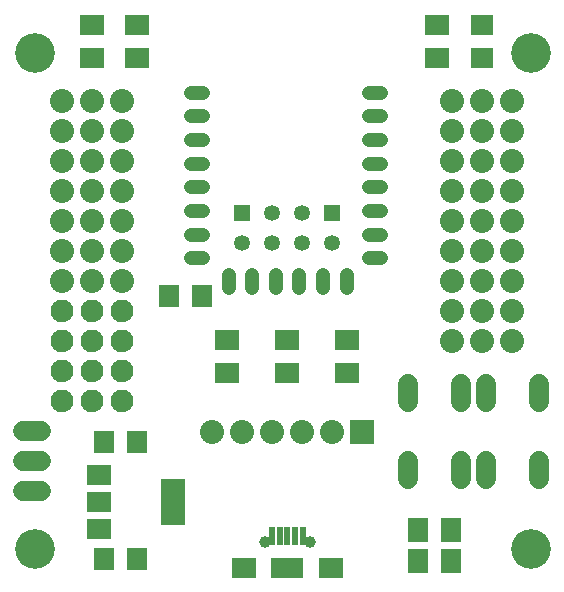
<source format=gts>
G75*
%MOIN*%
%OFA0B0*%
%FSLAX24Y24*%
%IPPOS*%
%LPD*%
%AMOC8*
5,1,8,0,0,1.08239X$1,22.5*
%
%ADD10R,0.0847X0.0651*%
%ADD11R,0.0847X0.1556*%
%ADD12R,0.0690X0.0769*%
%ADD13R,0.0800X0.0800*%
%ADD14C,0.0800*%
%ADD15C,0.0660*%
%ADD16R,0.0690X0.0847*%
%ADD17R,0.0532X0.0532*%
%ADD18C,0.0532*%
%ADD19R,0.0847X0.0690*%
%ADD20R,0.0770X0.0690*%
%ADD21C,0.0476*%
%ADD22C,0.1320*%
%ADD23C,0.0760*%
%ADD24R,0.0217X0.0611*%
%ADD25C,0.0395*%
%ADD26R,0.0787X0.0669*%
%ADD27R,0.1063X0.0669*%
D10*
X009322Y005660D03*
X009322Y006566D03*
X009322Y007471D03*
D11*
X011802Y006566D03*
D12*
X010613Y004666D03*
X009511Y004666D03*
X009511Y008566D03*
X010613Y008566D03*
X011661Y013416D03*
X012763Y013416D03*
D13*
X018112Y008886D03*
D14*
X017112Y008886D03*
X016112Y008886D03*
X015112Y008886D03*
X014112Y008886D03*
X013112Y008886D03*
X010112Y013916D03*
X010112Y014916D03*
X009112Y014916D03*
X008112Y014916D03*
X008112Y013916D03*
X009112Y013916D03*
X009112Y015916D03*
X010112Y015916D03*
X010112Y016916D03*
X010112Y017916D03*
X009112Y017916D03*
X008112Y017916D03*
X008112Y016916D03*
X009112Y016916D03*
X008112Y015916D03*
X008112Y018916D03*
X008112Y019916D03*
X009112Y019916D03*
X010112Y019916D03*
X010112Y018916D03*
X009112Y018916D03*
X021112Y018916D03*
X021112Y019916D03*
X022112Y019916D03*
X023112Y019916D03*
X023112Y018916D03*
X022112Y018916D03*
X022112Y017916D03*
X023112Y017916D03*
X023112Y016916D03*
X022112Y016916D03*
X021112Y016916D03*
X021112Y017916D03*
X021112Y015916D03*
X022112Y015916D03*
X023112Y015916D03*
X023112Y014916D03*
X022112Y014916D03*
X022112Y013916D03*
X023112Y013916D03*
X023112Y012916D03*
X022112Y012916D03*
X022112Y011916D03*
X023112Y011916D03*
X021112Y011916D03*
X021112Y012916D03*
X021112Y013916D03*
X021112Y014916D03*
D15*
X021402Y010496D02*
X021402Y009896D01*
X022222Y009896D02*
X022222Y010496D01*
X024002Y010496D02*
X024002Y009896D01*
X024002Y007936D02*
X024002Y007336D01*
X022222Y007336D02*
X022222Y007936D01*
X021402Y007936D02*
X021402Y007336D01*
X019622Y007336D02*
X019622Y007936D01*
X019622Y009896D02*
X019622Y010496D01*
X007412Y008916D02*
X006812Y008916D01*
X006812Y007916D02*
X007412Y007916D01*
X007412Y006916D02*
X006812Y006916D01*
D16*
X019961Y005616D03*
X019979Y004603D03*
X021081Y004603D03*
X021063Y005616D03*
D17*
X017106Y016196D03*
X014106Y016196D03*
D18*
X014106Y015196D03*
X015106Y015196D03*
X016106Y015196D03*
X017106Y015196D03*
X016106Y016196D03*
X015106Y016196D03*
D19*
X015612Y011967D03*
X015612Y010864D03*
X013612Y010864D03*
X013612Y011967D03*
X017612Y011967D03*
X017612Y010864D03*
X020612Y021364D03*
X020612Y022467D03*
X010612Y022467D03*
X010612Y021364D03*
X009112Y021364D03*
X009112Y022467D03*
D20*
X022112Y022475D03*
X022112Y021356D03*
D21*
X018744Y020199D02*
X018328Y020199D01*
X018328Y019412D02*
X018744Y019412D01*
X018744Y018624D02*
X018328Y018624D01*
X018328Y017837D02*
X018744Y017837D01*
X018744Y017049D02*
X018328Y017049D01*
X018328Y016262D02*
X018744Y016262D01*
X018744Y015475D02*
X018328Y015475D01*
X018328Y014687D02*
X018744Y014687D01*
X017590Y014120D02*
X017590Y013705D01*
X016803Y013705D02*
X016803Y014120D01*
X016015Y014120D02*
X016015Y013705D01*
X015228Y013705D02*
X015228Y014120D01*
X014441Y014120D02*
X014441Y013705D01*
X013653Y013705D02*
X013653Y014120D01*
X012817Y014687D02*
X012401Y014687D01*
X012401Y015475D02*
X012817Y015475D01*
X012817Y016262D02*
X012401Y016262D01*
X012401Y017049D02*
X012817Y017049D01*
X012817Y017837D02*
X012401Y017837D01*
X012401Y018624D02*
X012817Y018624D01*
X012817Y019412D02*
X012401Y019412D01*
X012401Y020199D02*
X012817Y020199D01*
D22*
X007187Y004990D03*
X023722Y004990D03*
X023722Y021526D03*
X007187Y021526D03*
D23*
X008112Y012916D03*
X009112Y012916D03*
X010112Y012916D03*
X010112Y011916D03*
X009112Y011916D03*
X008112Y011916D03*
X008112Y010916D03*
X009112Y010916D03*
X010112Y010916D03*
X010112Y009916D03*
X009112Y009916D03*
X008112Y009916D03*
D24*
X015100Y005429D03*
X015356Y005429D03*
X015612Y005429D03*
X015868Y005429D03*
X016124Y005429D03*
D25*
X016360Y005232D03*
X014864Y005232D03*
D26*
X014161Y004366D03*
X017062Y004366D03*
D27*
X015612Y004366D03*
M02*

</source>
